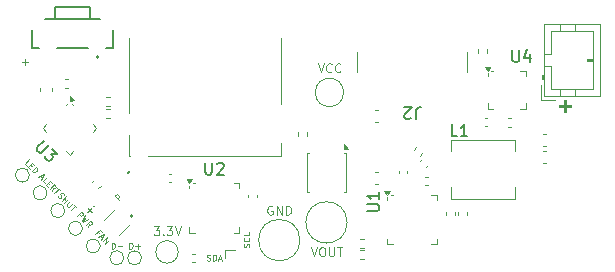
<source format=gbr>
%TF.GenerationSoftware,KiCad,Pcbnew,9.0.6-9.0.6~ubuntu25.04.1*%
%TF.CreationDate,2025-12-27T12:18:54+10:00*%
%TF.ProjectId,Stormbreaker,53746f72-6d62-4726-9561-6b65722e6b69,rev?*%
%TF.SameCoordinates,Original*%
%TF.FileFunction,Legend,Top*%
%TF.FilePolarity,Positive*%
%FSLAX46Y46*%
G04 Gerber Fmt 4.6, Leading zero omitted, Abs format (unit mm)*
G04 Created by KiCad (PCBNEW 9.0.6-9.0.6~ubuntu25.04.1) date 2025-12-27 12:18:54*
%MOMM*%
%LPD*%
G01*
G04 APERTURE LIST*
%ADD10C,0.100000*%
%ADD11C,0.150000*%
%ADD12C,0.062500*%
%ADD13C,0.093750*%
%ADD14C,0.080000*%
%ADD15C,0.120000*%
%ADD16C,0.127000*%
%ADD17C,0.200000*%
G04 APERTURE END LIST*
D10*
X134202300Y-60838972D02*
X134226109Y-60767544D01*
X134226109Y-60767544D02*
X134226109Y-60648496D01*
X134226109Y-60648496D02*
X134202300Y-60600877D01*
X134202300Y-60600877D02*
X134178490Y-60577068D01*
X134178490Y-60577068D02*
X134130871Y-60553258D01*
X134130871Y-60553258D02*
X134083252Y-60553258D01*
X134083252Y-60553258D02*
X134035633Y-60577068D01*
X134035633Y-60577068D02*
X134011823Y-60600877D01*
X134011823Y-60600877D02*
X133988014Y-60648496D01*
X133988014Y-60648496D02*
X133964204Y-60743734D01*
X133964204Y-60743734D02*
X133940395Y-60791353D01*
X133940395Y-60791353D02*
X133916585Y-60815163D01*
X133916585Y-60815163D02*
X133868966Y-60838972D01*
X133868966Y-60838972D02*
X133821347Y-60838972D01*
X133821347Y-60838972D02*
X133773728Y-60815163D01*
X133773728Y-60815163D02*
X133749919Y-60791353D01*
X133749919Y-60791353D02*
X133726109Y-60743734D01*
X133726109Y-60743734D02*
X133726109Y-60624687D01*
X133726109Y-60624687D02*
X133749919Y-60553258D01*
X134178490Y-60053259D02*
X134202300Y-60077068D01*
X134202300Y-60077068D02*
X134226109Y-60148497D01*
X134226109Y-60148497D02*
X134226109Y-60196116D01*
X134226109Y-60196116D02*
X134202300Y-60267544D01*
X134202300Y-60267544D02*
X134154680Y-60315163D01*
X134154680Y-60315163D02*
X134107061Y-60338973D01*
X134107061Y-60338973D02*
X134011823Y-60362782D01*
X134011823Y-60362782D02*
X133940395Y-60362782D01*
X133940395Y-60362782D02*
X133845157Y-60338973D01*
X133845157Y-60338973D02*
X133797538Y-60315163D01*
X133797538Y-60315163D02*
X133749919Y-60267544D01*
X133749919Y-60267544D02*
X133726109Y-60196116D01*
X133726109Y-60196116D02*
X133726109Y-60148497D01*
X133726109Y-60148497D02*
X133749919Y-60077068D01*
X133749919Y-60077068D02*
X133773728Y-60053259D01*
X134226109Y-59600878D02*
X134226109Y-59838973D01*
X134226109Y-59838973D02*
X133726109Y-59838973D01*
X130624688Y-61952300D02*
X130696116Y-61976109D01*
X130696116Y-61976109D02*
X130815164Y-61976109D01*
X130815164Y-61976109D02*
X130862783Y-61952300D01*
X130862783Y-61952300D02*
X130886592Y-61928490D01*
X130886592Y-61928490D02*
X130910402Y-61880871D01*
X130910402Y-61880871D02*
X130910402Y-61833252D01*
X130910402Y-61833252D02*
X130886592Y-61785633D01*
X130886592Y-61785633D02*
X130862783Y-61761823D01*
X130862783Y-61761823D02*
X130815164Y-61738014D01*
X130815164Y-61738014D02*
X130719926Y-61714204D01*
X130719926Y-61714204D02*
X130672307Y-61690395D01*
X130672307Y-61690395D02*
X130648497Y-61666585D01*
X130648497Y-61666585D02*
X130624688Y-61618966D01*
X130624688Y-61618966D02*
X130624688Y-61571347D01*
X130624688Y-61571347D02*
X130648497Y-61523728D01*
X130648497Y-61523728D02*
X130672307Y-61499919D01*
X130672307Y-61499919D02*
X130719926Y-61476109D01*
X130719926Y-61476109D02*
X130838973Y-61476109D01*
X130838973Y-61476109D02*
X130910402Y-61499919D01*
X131124687Y-61976109D02*
X131124687Y-61476109D01*
X131124687Y-61476109D02*
X131243735Y-61476109D01*
X131243735Y-61476109D02*
X131315163Y-61499919D01*
X131315163Y-61499919D02*
X131362782Y-61547538D01*
X131362782Y-61547538D02*
X131386592Y-61595157D01*
X131386592Y-61595157D02*
X131410401Y-61690395D01*
X131410401Y-61690395D02*
X131410401Y-61761823D01*
X131410401Y-61761823D02*
X131386592Y-61857061D01*
X131386592Y-61857061D02*
X131362782Y-61904680D01*
X131362782Y-61904680D02*
X131315163Y-61952300D01*
X131315163Y-61952300D02*
X131243735Y-61976109D01*
X131243735Y-61976109D02*
X131124687Y-61976109D01*
X131600878Y-61833252D02*
X131838973Y-61833252D01*
X131553259Y-61976109D02*
X131719925Y-61476109D01*
X131719925Y-61476109D02*
X131886592Y-61976109D01*
D11*
G36*
X120579912Y-57493969D02*
G01*
X120735347Y-57649404D01*
X120891106Y-57493645D01*
X120978150Y-57580689D01*
X120822391Y-57736448D01*
X120979898Y-57893956D01*
X120894020Y-57979834D01*
X120736513Y-57822326D01*
X120580009Y-57978830D01*
X120492965Y-57891786D01*
X120649469Y-57735282D01*
X120494034Y-57579847D01*
X120579912Y-57493969D01*
G37*
G36*
X161121541Y-48397377D02*
G01*
X161121541Y-48837015D01*
X161562094Y-48837015D01*
X161562094Y-49083211D01*
X161121541Y-49083211D01*
X161121541Y-49528710D01*
X160878641Y-49528710D01*
X160878641Y-49083211D01*
X160435982Y-49083211D01*
X160435982Y-48837015D01*
X160878641Y-48837015D01*
X160878641Y-48397377D01*
X161121541Y-48397377D01*
G37*
D12*
X122849799Y-56501321D02*
X123203352Y-56854874D01*
X122866634Y-56518157D02*
X122883470Y-56467649D01*
X122883470Y-56467649D02*
X122950814Y-56400306D01*
X122950814Y-56400306D02*
X123001321Y-56383470D01*
X123001321Y-56383470D02*
X123034993Y-56383470D01*
X123034993Y-56383470D02*
X123085501Y-56400306D01*
X123085501Y-56400306D02*
X123186516Y-56501321D01*
X123186516Y-56501321D02*
X123203352Y-56551828D01*
X123203352Y-56551828D02*
X123203352Y-56585500D01*
X123203352Y-56585500D02*
X123186516Y-56636008D01*
X123186516Y-56636008D02*
X123119173Y-56703351D01*
X123119173Y-56703351D02*
X123068665Y-56720187D01*
D11*
G36*
X123838461Y-54567015D02*
G01*
X124067080Y-54338396D01*
X124172776Y-54444092D01*
X123944157Y-54672711D01*
X123838461Y-54567015D01*
G37*
G36*
X115310770Y-44948688D02*
G01*
X115310770Y-45168507D01*
X115531047Y-45168507D01*
X115531047Y-45291605D01*
X115310770Y-45291605D01*
X115310770Y-45514355D01*
X115189320Y-45514355D01*
X115189320Y-45291605D01*
X114967991Y-45291605D01*
X114967991Y-45168507D01*
X115189320Y-45168507D01*
X115189320Y-44948688D01*
X115310770Y-44948688D01*
G37*
D13*
X136178571Y-57377803D02*
X136107143Y-57342089D01*
X136107143Y-57342089D02*
X136000000Y-57342089D01*
X136000000Y-57342089D02*
X135892857Y-57377803D01*
X135892857Y-57377803D02*
X135821428Y-57449232D01*
X135821428Y-57449232D02*
X135785714Y-57520660D01*
X135785714Y-57520660D02*
X135750000Y-57663517D01*
X135750000Y-57663517D02*
X135750000Y-57770660D01*
X135750000Y-57770660D02*
X135785714Y-57913517D01*
X135785714Y-57913517D02*
X135821428Y-57984946D01*
X135821428Y-57984946D02*
X135892857Y-58056375D01*
X135892857Y-58056375D02*
X136000000Y-58092089D01*
X136000000Y-58092089D02*
X136071428Y-58092089D01*
X136071428Y-58092089D02*
X136178571Y-58056375D01*
X136178571Y-58056375D02*
X136214285Y-58020660D01*
X136214285Y-58020660D02*
X136214285Y-57770660D01*
X136214285Y-57770660D02*
X136071428Y-57770660D01*
X136535714Y-58092089D02*
X136535714Y-57342089D01*
X136535714Y-57342089D02*
X136964285Y-58092089D01*
X136964285Y-58092089D02*
X136964285Y-57342089D01*
X137321428Y-58092089D02*
X137321428Y-57342089D01*
X137321428Y-57342089D02*
X137499999Y-57342089D01*
X137499999Y-57342089D02*
X137607142Y-57377803D01*
X137607142Y-57377803D02*
X137678571Y-57449232D01*
X137678571Y-57449232D02*
X137714285Y-57520660D01*
X137714285Y-57520660D02*
X137749999Y-57663517D01*
X137749999Y-57663517D02*
X137749999Y-57770660D01*
X137749999Y-57770660D02*
X137714285Y-57913517D01*
X137714285Y-57913517D02*
X137678571Y-57984946D01*
X137678571Y-57984946D02*
X137607142Y-58056375D01*
X137607142Y-58056375D02*
X137499999Y-58092089D01*
X137499999Y-58092089D02*
X137321428Y-58092089D01*
D12*
X121487722Y-59689858D02*
X121369871Y-59572006D01*
X121184676Y-59757201D02*
X121538230Y-59403648D01*
X121538230Y-59403648D02*
X121706588Y-59572006D01*
X121571901Y-59942395D02*
X121740260Y-60110754D01*
X121437214Y-60009739D02*
X121908619Y-59774037D01*
X121908619Y-59774037D02*
X121672916Y-60245441D01*
X121790767Y-60363292D02*
X122144320Y-60009739D01*
X122144320Y-60009739D02*
X121992798Y-60565322D01*
X121992798Y-60565322D02*
X122346351Y-60211769D01*
X124060230Y-60978059D02*
X124060230Y-60478059D01*
X124060230Y-60478059D02*
X124179278Y-60478059D01*
X124179278Y-60478059D02*
X124250706Y-60501869D01*
X124250706Y-60501869D02*
X124298325Y-60549488D01*
X124298325Y-60549488D02*
X124322135Y-60597107D01*
X124322135Y-60597107D02*
X124345944Y-60692345D01*
X124345944Y-60692345D02*
X124345944Y-60763773D01*
X124345944Y-60763773D02*
X124322135Y-60859011D01*
X124322135Y-60859011D02*
X124298325Y-60906630D01*
X124298325Y-60906630D02*
X124250706Y-60954250D01*
X124250706Y-60954250D02*
X124179278Y-60978059D01*
X124179278Y-60978059D02*
X124060230Y-60978059D01*
X124560230Y-60787583D02*
X124941183Y-60787583D01*
X124750706Y-60978059D02*
X124750706Y-60597107D01*
D11*
X144204819Y-57761904D02*
X145014342Y-57761904D01*
X145014342Y-57761904D02*
X145109580Y-57714285D01*
X145109580Y-57714285D02*
X145157200Y-57666666D01*
X145157200Y-57666666D02*
X145204819Y-57571428D01*
X145204819Y-57571428D02*
X145204819Y-57380952D01*
X145204819Y-57380952D02*
X145157200Y-57285714D01*
X145157200Y-57285714D02*
X145109580Y-57238095D01*
X145109580Y-57238095D02*
X145014342Y-57190476D01*
X145014342Y-57190476D02*
X144204819Y-57190476D01*
X145204819Y-56190476D02*
X145204819Y-56761904D01*
X145204819Y-56476190D02*
X144204819Y-56476190D01*
X144204819Y-56476190D02*
X144347676Y-56571428D01*
X144347676Y-56571428D02*
X144442914Y-56666666D01*
X144442914Y-56666666D02*
X144490533Y-56761904D01*
X116846753Y-51825750D02*
X116274333Y-52398170D01*
X116274333Y-52398170D02*
X116240661Y-52499185D01*
X116240661Y-52499185D02*
X116240661Y-52566529D01*
X116240661Y-52566529D02*
X116274333Y-52667544D01*
X116274333Y-52667544D02*
X116409020Y-52802231D01*
X116409020Y-52802231D02*
X116510035Y-52835903D01*
X116510035Y-52835903D02*
X116577379Y-52835903D01*
X116577379Y-52835903D02*
X116678394Y-52802231D01*
X116678394Y-52802231D02*
X117250814Y-52229811D01*
X117520188Y-52499185D02*
X117957920Y-52936918D01*
X117957920Y-52936918D02*
X117452844Y-52970590D01*
X117452844Y-52970590D02*
X117553859Y-53071605D01*
X117553859Y-53071605D02*
X117587531Y-53172620D01*
X117587531Y-53172620D02*
X117587531Y-53239964D01*
X117587531Y-53239964D02*
X117553859Y-53340979D01*
X117553859Y-53340979D02*
X117385501Y-53509338D01*
X117385501Y-53509338D02*
X117284485Y-53543010D01*
X117284485Y-53543010D02*
X117217142Y-53543010D01*
X117217142Y-53543010D02*
X117116127Y-53509338D01*
X117116127Y-53509338D02*
X116914096Y-53307307D01*
X116914096Y-53307307D02*
X116880424Y-53206292D01*
X116880424Y-53206292D02*
X116880424Y-53138949D01*
D12*
X117999481Y-56538334D02*
X118033153Y-56605678D01*
X118033153Y-56605678D02*
X118117333Y-56689857D01*
X118117333Y-56689857D02*
X118167840Y-56706693D01*
X118167840Y-56706693D02*
X118201512Y-56706693D01*
X118201512Y-56706693D02*
X118252020Y-56689857D01*
X118252020Y-56689857D02*
X118285691Y-56656186D01*
X118285691Y-56656186D02*
X118302527Y-56605678D01*
X118302527Y-56605678D02*
X118302527Y-56572006D01*
X118302527Y-56572006D02*
X118285691Y-56521499D01*
X118285691Y-56521499D02*
X118235184Y-56437319D01*
X118235184Y-56437319D02*
X118218348Y-56386812D01*
X118218348Y-56386812D02*
X118218348Y-56353140D01*
X118218348Y-56353140D02*
X118235184Y-56302632D01*
X118235184Y-56302632D02*
X118268855Y-56268960D01*
X118268855Y-56268960D02*
X118319363Y-56252125D01*
X118319363Y-56252125D02*
X118353035Y-56252125D01*
X118353035Y-56252125D02*
X118403542Y-56268960D01*
X118403542Y-56268960D02*
X118487722Y-56353140D01*
X118487722Y-56353140D02*
X118521394Y-56420483D01*
X118336199Y-56908723D02*
X118689752Y-56555170D01*
X118521393Y-56723529D02*
X118723424Y-56925559D01*
X118538229Y-57110754D02*
X118891782Y-56757201D01*
X119060142Y-56925560D02*
X118773932Y-57211770D01*
X118773932Y-57211770D02*
X118757096Y-57262277D01*
X118757096Y-57262277D02*
X118757096Y-57295949D01*
X118757096Y-57295949D02*
X118773932Y-57346457D01*
X118773932Y-57346457D02*
X118841275Y-57413800D01*
X118841275Y-57413800D02*
X118891783Y-57430636D01*
X118891783Y-57430636D02*
X118925455Y-57430636D01*
X118925455Y-57430636D02*
X118975962Y-57413800D01*
X118975962Y-57413800D02*
X119262172Y-57127590D01*
X119380024Y-57245442D02*
X119582054Y-57447472D01*
X119127485Y-57700010D02*
X119481039Y-57346457D01*
D11*
X151833333Y-51454819D02*
X151357143Y-51454819D01*
X151357143Y-51454819D02*
X151357143Y-50454819D01*
X152690476Y-51454819D02*
X152119048Y-51454819D01*
X152404762Y-51454819D02*
X152404762Y-50454819D01*
X152404762Y-50454819D02*
X152309524Y-50597676D01*
X152309524Y-50597676D02*
X152214286Y-50692914D01*
X152214286Y-50692914D02*
X152119048Y-50740533D01*
D12*
X115361453Y-53933978D02*
X115193094Y-53765619D01*
X115193094Y-53765619D02*
X115546648Y-53412066D01*
X115664499Y-53866634D02*
X115782350Y-53984486D01*
X115647663Y-54220188D02*
X115479304Y-54051829D01*
X115479304Y-54051829D02*
X115832858Y-53698276D01*
X115832858Y-53698276D02*
X116001216Y-53866634D01*
X115799186Y-54371711D02*
X116152739Y-54018157D01*
X116152739Y-54018157D02*
X116236919Y-54102337D01*
X116236919Y-54102337D02*
X116270590Y-54169680D01*
X116270590Y-54169680D02*
X116270590Y-54237024D01*
X116270590Y-54237024D02*
X116253755Y-54287531D01*
X116253755Y-54287531D02*
X116203247Y-54371711D01*
X116203247Y-54371711D02*
X116152739Y-54422218D01*
X116152739Y-54422218D02*
X116068560Y-54472726D01*
X116068560Y-54472726D02*
X116018052Y-54489562D01*
X116018052Y-54489562D02*
X115950709Y-54489562D01*
X115950709Y-54489562D02*
X115883365Y-54455890D01*
X115883365Y-54455890D02*
X115799186Y-54371711D01*
X122558816Y-60977352D02*
X122558816Y-60477352D01*
X122558816Y-60477352D02*
X122677864Y-60477352D01*
X122677864Y-60477352D02*
X122749292Y-60501162D01*
X122749292Y-60501162D02*
X122796911Y-60548781D01*
X122796911Y-60548781D02*
X122820721Y-60596400D01*
X122820721Y-60596400D02*
X122844530Y-60691638D01*
X122844530Y-60691638D02*
X122844530Y-60763066D01*
X122844530Y-60763066D02*
X122820721Y-60858304D01*
X122820721Y-60858304D02*
X122796911Y-60905923D01*
X122796911Y-60905923D02*
X122749292Y-60953543D01*
X122749292Y-60953543D02*
X122677864Y-60977352D01*
X122677864Y-60977352D02*
X122558816Y-60977352D01*
X123058816Y-60786876D02*
X123439769Y-60786876D01*
D11*
X130488095Y-53704819D02*
X130488095Y-54514342D01*
X130488095Y-54514342D02*
X130535714Y-54609580D01*
X130535714Y-54609580D02*
X130583333Y-54657200D01*
X130583333Y-54657200D02*
X130678571Y-54704819D01*
X130678571Y-54704819D02*
X130869047Y-54704819D01*
X130869047Y-54704819D02*
X130964285Y-54657200D01*
X130964285Y-54657200D02*
X131011904Y-54609580D01*
X131011904Y-54609580D02*
X131059523Y-54514342D01*
X131059523Y-54514342D02*
X131059523Y-53704819D01*
X131488095Y-53800057D02*
X131535714Y-53752438D01*
X131535714Y-53752438D02*
X131630952Y-53704819D01*
X131630952Y-53704819D02*
X131869047Y-53704819D01*
X131869047Y-53704819D02*
X131964285Y-53752438D01*
X131964285Y-53752438D02*
X132011904Y-53800057D01*
X132011904Y-53800057D02*
X132059523Y-53895295D01*
X132059523Y-53895295D02*
X132059523Y-53990533D01*
X132059523Y-53990533D02*
X132011904Y-54133390D01*
X132011904Y-54133390D02*
X131440476Y-54704819D01*
X131440476Y-54704819D02*
X132059523Y-54704819D01*
X148333333Y-49985180D02*
X148333333Y-49270895D01*
X148333333Y-49270895D02*
X148380952Y-49128038D01*
X148380952Y-49128038D02*
X148476190Y-49032800D01*
X148476190Y-49032800D02*
X148619047Y-48985180D01*
X148619047Y-48985180D02*
X148714285Y-48985180D01*
X147904761Y-49889942D02*
X147857142Y-49937561D01*
X147857142Y-49937561D02*
X147761904Y-49985180D01*
X147761904Y-49985180D02*
X147523809Y-49985180D01*
X147523809Y-49985180D02*
X147428571Y-49937561D01*
X147428571Y-49937561D02*
X147380952Y-49889942D01*
X147380952Y-49889942D02*
X147333333Y-49794704D01*
X147333333Y-49794704D02*
X147333333Y-49699466D01*
X147333333Y-49699466D02*
X147380952Y-49556609D01*
X147380952Y-49556609D02*
X147952380Y-48985180D01*
X147952380Y-48985180D02*
X147333333Y-48985180D01*
D12*
X119617333Y-58189858D02*
X119970886Y-57836304D01*
X119970886Y-57836304D02*
X120105573Y-57970991D01*
X120105573Y-57970991D02*
X120122409Y-58021499D01*
X120122409Y-58021499D02*
X120122409Y-58055171D01*
X120122409Y-58055171D02*
X120105573Y-58105678D01*
X120105573Y-58105678D02*
X120055066Y-58156186D01*
X120055066Y-58156186D02*
X120004558Y-58173022D01*
X120004558Y-58173022D02*
X119970886Y-58173022D01*
X119970886Y-58173022D02*
X119920379Y-58156186D01*
X119920379Y-58156186D02*
X119785692Y-58021499D01*
X120290768Y-58156186D02*
X120021394Y-58593919D01*
X120021394Y-58593919D02*
X120341275Y-58408724D01*
X120341275Y-58408724D02*
X120156081Y-58728606D01*
X120156081Y-58728606D02*
X120593814Y-58459232D01*
X120576978Y-59149503D02*
X120627486Y-58863293D01*
X120374947Y-58947472D02*
X120728501Y-58593919D01*
X120728501Y-58593919D02*
X120863188Y-58728606D01*
X120863188Y-58728606D02*
X120880024Y-58779114D01*
X120880024Y-58779114D02*
X120880024Y-58812785D01*
X120880024Y-58812785D02*
X120863188Y-58863293D01*
X120863188Y-58863293D02*
X120812680Y-58913801D01*
X120812680Y-58913801D02*
X120762173Y-58930636D01*
X120762173Y-58930636D02*
X120728501Y-58930636D01*
X120728501Y-58930636D02*
X120677993Y-58913801D01*
X120677993Y-58913801D02*
X120543306Y-58779114D01*
X116491064Y-54861558D02*
X116659422Y-55029917D01*
X116356377Y-54928902D02*
X116827781Y-54693199D01*
X116827781Y-54693199D02*
X116592079Y-55164604D01*
X116878289Y-55450813D02*
X116709930Y-55282455D01*
X116709930Y-55282455D02*
X117063483Y-54928901D01*
X117181334Y-55383470D02*
X117299186Y-55501321D01*
X117164499Y-55737023D02*
X116996140Y-55568665D01*
X116996140Y-55568665D02*
X117349693Y-55215111D01*
X117349693Y-55215111D02*
X117518052Y-55383470D01*
X117518052Y-56090577D02*
X117568560Y-55804367D01*
X117316021Y-55888546D02*
X117669575Y-55534993D01*
X117669575Y-55534993D02*
X117804262Y-55669680D01*
X117804262Y-55669680D02*
X117821098Y-55720188D01*
X117821098Y-55720188D02*
X117821098Y-55753859D01*
X117821098Y-55753859D02*
X117804262Y-55804367D01*
X117804262Y-55804367D02*
X117753754Y-55854875D01*
X117753754Y-55854875D02*
X117703247Y-55871710D01*
X117703247Y-55871710D02*
X117669575Y-55871710D01*
X117669575Y-55871710D02*
X117619067Y-55854875D01*
X117619067Y-55854875D02*
X117484380Y-55720188D01*
X117972621Y-55838039D02*
X118174651Y-56040069D01*
X117720082Y-56292607D02*
X118073636Y-55939054D01*
D13*
X139428571Y-60842089D02*
X139678571Y-61592089D01*
X139678571Y-61592089D02*
X139928571Y-60842089D01*
X140321428Y-60842089D02*
X140464285Y-60842089D01*
X140464285Y-60842089D02*
X140535714Y-60877803D01*
X140535714Y-60877803D02*
X140607142Y-60949232D01*
X140607142Y-60949232D02*
X140642857Y-61092089D01*
X140642857Y-61092089D02*
X140642857Y-61342089D01*
X140642857Y-61342089D02*
X140607142Y-61484946D01*
X140607142Y-61484946D02*
X140535714Y-61556375D01*
X140535714Y-61556375D02*
X140464285Y-61592089D01*
X140464285Y-61592089D02*
X140321428Y-61592089D01*
X140321428Y-61592089D02*
X140250000Y-61556375D01*
X140250000Y-61556375D02*
X140178571Y-61484946D01*
X140178571Y-61484946D02*
X140142857Y-61342089D01*
X140142857Y-61342089D02*
X140142857Y-61092089D01*
X140142857Y-61092089D02*
X140178571Y-60949232D01*
X140178571Y-60949232D02*
X140250000Y-60877803D01*
X140250000Y-60877803D02*
X140321428Y-60842089D01*
X140964285Y-60842089D02*
X140964285Y-61449232D01*
X140964285Y-61449232D02*
X140999999Y-61520660D01*
X140999999Y-61520660D02*
X141035714Y-61556375D01*
X141035714Y-61556375D02*
X141107142Y-61592089D01*
X141107142Y-61592089D02*
X141249999Y-61592089D01*
X141249999Y-61592089D02*
X141321428Y-61556375D01*
X141321428Y-61556375D02*
X141357142Y-61520660D01*
X141357142Y-61520660D02*
X141392856Y-61449232D01*
X141392856Y-61449232D02*
X141392856Y-60842089D01*
X141642856Y-60842089D02*
X142071428Y-60842089D01*
X141857142Y-61592089D02*
X141857142Y-60842089D01*
D14*
X126142856Y-59092804D02*
X126607142Y-59092804D01*
X126607142Y-59092804D02*
X126357142Y-59378518D01*
X126357142Y-59378518D02*
X126464285Y-59378518D01*
X126464285Y-59378518D02*
X126535714Y-59414232D01*
X126535714Y-59414232D02*
X126571428Y-59449947D01*
X126571428Y-59449947D02*
X126607142Y-59521375D01*
X126607142Y-59521375D02*
X126607142Y-59699947D01*
X126607142Y-59699947D02*
X126571428Y-59771375D01*
X126571428Y-59771375D02*
X126535714Y-59807090D01*
X126535714Y-59807090D02*
X126464285Y-59842804D01*
X126464285Y-59842804D02*
X126249999Y-59842804D01*
X126249999Y-59842804D02*
X126178571Y-59807090D01*
X126178571Y-59807090D02*
X126142856Y-59771375D01*
X126928571Y-59771375D02*
X126964285Y-59807090D01*
X126964285Y-59807090D02*
X126928571Y-59842804D01*
X126928571Y-59842804D02*
X126892857Y-59807090D01*
X126892857Y-59807090D02*
X126928571Y-59771375D01*
X126928571Y-59771375D02*
X126928571Y-59842804D01*
X127214285Y-59092804D02*
X127678571Y-59092804D01*
X127678571Y-59092804D02*
X127428571Y-59378518D01*
X127428571Y-59378518D02*
X127535714Y-59378518D01*
X127535714Y-59378518D02*
X127607143Y-59414232D01*
X127607143Y-59414232D02*
X127642857Y-59449947D01*
X127642857Y-59449947D02*
X127678571Y-59521375D01*
X127678571Y-59521375D02*
X127678571Y-59699947D01*
X127678571Y-59699947D02*
X127642857Y-59771375D01*
X127642857Y-59771375D02*
X127607143Y-59807090D01*
X127607143Y-59807090D02*
X127535714Y-59842804D01*
X127535714Y-59842804D02*
X127321428Y-59842804D01*
X127321428Y-59842804D02*
X127250000Y-59807090D01*
X127250000Y-59807090D02*
X127214285Y-59771375D01*
X127892857Y-59092804D02*
X128142857Y-59842804D01*
X128142857Y-59842804D02*
X128392857Y-59092804D01*
D11*
X156488095Y-44154819D02*
X156488095Y-44964342D01*
X156488095Y-44964342D02*
X156535714Y-45059580D01*
X156535714Y-45059580D02*
X156583333Y-45107200D01*
X156583333Y-45107200D02*
X156678571Y-45154819D01*
X156678571Y-45154819D02*
X156869047Y-45154819D01*
X156869047Y-45154819D02*
X156964285Y-45107200D01*
X156964285Y-45107200D02*
X157011904Y-45059580D01*
X157011904Y-45059580D02*
X157059523Y-44964342D01*
X157059523Y-44964342D02*
X157059523Y-44154819D01*
X157964285Y-44488152D02*
X157964285Y-45154819D01*
X157726190Y-44107200D02*
X157488095Y-44821485D01*
X157488095Y-44821485D02*
X158107142Y-44821485D01*
D13*
X140000000Y-45292089D02*
X140250000Y-46042089D01*
X140250000Y-46042089D02*
X140500000Y-45292089D01*
X141178571Y-45970660D02*
X141142857Y-46006375D01*
X141142857Y-46006375D02*
X141035714Y-46042089D01*
X141035714Y-46042089D02*
X140964286Y-46042089D01*
X140964286Y-46042089D02*
X140857143Y-46006375D01*
X140857143Y-46006375D02*
X140785714Y-45934946D01*
X140785714Y-45934946D02*
X140750000Y-45863517D01*
X140750000Y-45863517D02*
X140714286Y-45720660D01*
X140714286Y-45720660D02*
X140714286Y-45613517D01*
X140714286Y-45613517D02*
X140750000Y-45470660D01*
X140750000Y-45470660D02*
X140785714Y-45399232D01*
X140785714Y-45399232D02*
X140857143Y-45327803D01*
X140857143Y-45327803D02*
X140964286Y-45292089D01*
X140964286Y-45292089D02*
X141035714Y-45292089D01*
X141035714Y-45292089D02*
X141142857Y-45327803D01*
X141142857Y-45327803D02*
X141178571Y-45363517D01*
X141928571Y-45970660D02*
X141892857Y-46006375D01*
X141892857Y-46006375D02*
X141785714Y-46042089D01*
X141785714Y-46042089D02*
X141714286Y-46042089D01*
X141714286Y-46042089D02*
X141607143Y-46006375D01*
X141607143Y-46006375D02*
X141535714Y-45934946D01*
X141535714Y-45934946D02*
X141500000Y-45863517D01*
X141500000Y-45863517D02*
X141464286Y-45720660D01*
X141464286Y-45720660D02*
X141464286Y-45613517D01*
X141464286Y-45613517D02*
X141500000Y-45470660D01*
X141500000Y-45470660D02*
X141535714Y-45399232D01*
X141535714Y-45399232D02*
X141607143Y-45327803D01*
X141607143Y-45327803D02*
X141714286Y-45292089D01*
X141714286Y-45292089D02*
X141785714Y-45292089D01*
X141785714Y-45292089D02*
X141892857Y-45327803D01*
X141892857Y-45327803D02*
X141928571Y-45363517D01*
D15*
%TO.C,TP9*%
X138500000Y-60250000D02*
G75*
G02*
X135000000Y-60250000I-1750000J0D01*
G01*
X135000000Y-60250000D02*
G75*
G02*
X138500000Y-60250000I1750000J0D01*
G01*
D10*
%TO.C,TP4*%
X121600000Y-60750000D02*
G75*
G02*
X120400000Y-60750000I-600000J0D01*
G01*
X120400000Y-60750000D02*
G75*
G02*
X121600000Y-60750000I600000J0D01*
G01*
D15*
%TO.C,C13*%
X116490000Y-47640581D02*
X116490000Y-47359419D01*
X117510000Y-47640581D02*
X117510000Y-47359419D01*
D10*
%TO.C,TP1*%
X125100000Y-61750000D02*
G75*
G02*
X123900000Y-61750000I-600000J0D01*
G01*
X123900000Y-61750000D02*
G75*
G02*
X125100000Y-61750000I600000J0D01*
G01*
D15*
%TO.C,C5*%
X150890000Y-58107836D02*
X150890000Y-57892164D01*
X151610000Y-58107836D02*
X151610000Y-57892164D01*
%TO.C,U1*%
X145890000Y-56865000D02*
X145890000Y-56630000D01*
X145890000Y-60610000D02*
X145890000Y-60135000D01*
X146365000Y-56390000D02*
X146190000Y-56390000D01*
X146365000Y-60610000D02*
X145890000Y-60610000D01*
X149635000Y-56390000D02*
X150110000Y-56390000D01*
X149635000Y-60610000D02*
X150110000Y-60610000D01*
X150110000Y-56390000D02*
X150110000Y-56865000D01*
X150110000Y-60610000D02*
X150110000Y-60135000D01*
X145890000Y-56390000D02*
X145650000Y-56060000D01*
X146130000Y-56060000D01*
X145890000Y-56390000D01*
G36*
X145890000Y-56390000D02*
G01*
X145650000Y-56060000D01*
X146130000Y-56060000D01*
X145890000Y-56390000D01*
G37*
%TO.C,R9*%
X122096359Y-49120000D02*
X122403641Y-49120000D01*
X122096359Y-49880000D02*
X122403641Y-49880000D01*
%TO.C,U3*%
X116723116Y-50750000D02*
X117041314Y-50431802D01*
X117041314Y-51068198D02*
X116723116Y-50750000D01*
X118681802Y-48791314D02*
X118830294Y-48642822D01*
X118681802Y-52708686D02*
X119000000Y-53026884D01*
X119000000Y-53026884D02*
X119318198Y-52708686D01*
X119318198Y-48791314D02*
X119212132Y-48685248D01*
X120958686Y-50431802D02*
X121276884Y-50750000D01*
X121276884Y-50750000D02*
X120958686Y-51068198D01*
X119403051Y-48409477D02*
X119000000Y-48473116D01*
X119063640Y-48070065D01*
X119403051Y-48409477D01*
G36*
X119403051Y-48409477D02*
G01*
X119000000Y-48473116D01*
X119063640Y-48070065D01*
X119403051Y-48409477D01*
G37*
%TO.C,C4*%
X148821693Y-53419190D02*
X148669190Y-53571693D01*
X149330810Y-53928307D02*
X149178307Y-54080810D01*
D10*
%TO.C,TP7*%
X118600000Y-57750000D02*
G75*
G02*
X117400000Y-57750000I-600000J0D01*
G01*
X117400000Y-57750000D02*
G75*
G02*
X118600000Y-57750000I600000J0D01*
G01*
D15*
%TO.C,L1*%
X151315000Y-51750000D02*
X151315000Y-52740000D01*
X151315000Y-51750000D02*
X156685000Y-51750000D01*
X151315000Y-56750000D02*
X151315000Y-55760000D01*
X151315000Y-56750000D02*
X156685000Y-56750000D01*
X156685000Y-51750000D02*
X156685000Y-52740000D01*
X156685000Y-56750000D02*
X156685000Y-55760000D01*
%TO.C,C9*%
X129392164Y-61390000D02*
X129607836Y-61390000D01*
X129392164Y-62110000D02*
X129607836Y-62110000D01*
D10*
%TO.C,TP10*%
X115600000Y-54750000D02*
G75*
G02*
X114400000Y-54750000I-600000J0D01*
G01*
X114400000Y-54750000D02*
G75*
G02*
X115600000Y-54750000I600000J0D01*
G01*
%TO.C,TP2*%
X123600000Y-61750000D02*
G75*
G02*
X122400000Y-61750000I-600000J0D01*
G01*
X122400000Y-61750000D02*
G75*
G02*
X123600000Y-61750000I600000J0D01*
G01*
D15*
%TO.C,R10*%
X122096359Y-48120000D02*
X122403641Y-48120000D01*
X122096359Y-48880000D02*
X122403641Y-48880000D01*
%TO.C,C7*%
X146890000Y-54392164D02*
X146890000Y-54607836D01*
X147610000Y-54392164D02*
X147610000Y-54607836D01*
%TO.C,C12*%
X134140000Y-56607836D02*
X134140000Y-56392164D01*
X134860000Y-56607836D02*
X134860000Y-56392164D01*
%TO.C,R1*%
X143596359Y-60120000D02*
X143903641Y-60120000D01*
X143596359Y-60880000D02*
X143903641Y-60880000D01*
%TO.C,U2*%
X129140000Y-55865000D02*
X129140000Y-55630000D01*
X129140000Y-59610000D02*
X129140000Y-59135000D01*
X129615000Y-55390000D02*
X129440000Y-55390000D01*
X129615000Y-59610000D02*
X129140000Y-59610000D01*
X132885000Y-55390000D02*
X133360000Y-55390000D01*
X132885000Y-59610000D02*
X133360000Y-59610000D01*
X133360000Y-55390000D02*
X133360000Y-55865000D01*
X133360000Y-59610000D02*
X133360000Y-59135000D01*
X129140000Y-55390000D02*
X128900000Y-55060000D01*
X129380000Y-55060000D01*
X129140000Y-55390000D01*
G36*
X129140000Y-55390000D02*
G01*
X128900000Y-55060000D01*
X129380000Y-55060000D01*
X129140000Y-55390000D01*
G37*
%TO.C,C6*%
X151890000Y-58107836D02*
X151890000Y-57892164D01*
X152610000Y-58107836D02*
X152610000Y-57892164D01*
%TO.C,C2*%
X159365581Y-51240000D02*
X159084419Y-51240000D01*
X159365581Y-52260000D02*
X159084419Y-52260000D01*
%TO.C,J3*%
D10*
X121135786Y-57414214D02*
G75*
G02*
X121035786Y-57414214I-50000J0D01*
G01*
X121035786Y-57414214D02*
G75*
G02*
X121135786Y-57414214I50000J0D01*
G01*
D15*
%TO.C,J2*%
X143330000Y-44350000D02*
X143330000Y-46050000D01*
X152670000Y-44350000D02*
X152670000Y-46050000D01*
%TO.C,C1*%
X145140580Y-54490000D02*
X144859420Y-54490000D01*
X145140580Y-55510000D02*
X144859420Y-55510000D01*
%TO.C,BT2*%
X158890000Y-47110000D02*
X158890000Y-48360000D01*
X158890000Y-48360000D02*
X160140000Y-48360000D01*
X158990000Y-46300000D02*
X158990000Y-46600000D01*
X158990000Y-46600000D02*
X159190000Y-46600000D01*
X159090000Y-46300000D02*
X159090000Y-46600000D01*
X159190000Y-41940000D02*
X159190000Y-48060000D01*
X159190000Y-45500000D02*
X159800000Y-45500000D01*
X159190000Y-46300000D02*
X158990000Y-46300000D01*
X159190000Y-48060000D02*
X163910000Y-48060000D01*
X159800000Y-42550000D02*
X159800000Y-44500000D01*
X159800000Y-44500000D02*
X159190000Y-44500000D01*
X159800000Y-45500000D02*
X159800000Y-47450000D01*
X159800000Y-47450000D02*
X163300000Y-47450000D01*
X160500000Y-41940000D02*
X160500000Y-42550000D01*
X160500000Y-48060000D02*
X160500000Y-47450000D01*
X161800000Y-41940000D02*
X161800000Y-42550000D01*
X161800000Y-48060000D02*
X161800000Y-47450000D01*
X162800000Y-44900000D02*
X163300000Y-44900000D01*
X162800000Y-45100000D02*
X162800000Y-44900000D01*
X163300000Y-42550000D02*
X159800000Y-42550000D01*
X163300000Y-45000000D02*
X162800000Y-45000000D01*
X163300000Y-45100000D02*
X162800000Y-45100000D01*
X163300000Y-47450000D02*
X163300000Y-42550000D01*
X163910000Y-41940000D02*
X159190000Y-41940000D01*
X163910000Y-48060000D02*
X163910000Y-41940000D01*
D10*
%TO.C,TP6*%
X120100000Y-59250000D02*
G75*
G02*
X118900000Y-59250000I-600000J0D01*
G01*
X118900000Y-59250000D02*
G75*
G02*
X120100000Y-59250000I600000J0D01*
G01*
D15*
%TO.C,Q2*%
X121903984Y-58573223D02*
X122823223Y-57653984D01*
X123176777Y-59846016D02*
X124096016Y-58926777D01*
D11*
X124319508Y-58226741D02*
G75*
G02*
X124169508Y-58226741I-75000J0D01*
G01*
X124169508Y-58226741D02*
G75*
G02*
X124319508Y-58226741I75000J0D01*
G01*
D15*
%TO.C,Q1*%
X139115000Y-52865000D02*
X139115000Y-56135000D01*
X139300000Y-52865000D02*
X139115000Y-52865000D01*
X139300000Y-56135000D02*
X139115000Y-56135000D01*
X142385000Y-52865000D02*
X142200000Y-52865000D01*
X142385000Y-52865000D02*
X142385000Y-56135000D01*
X142385000Y-56135000D02*
X142200000Y-56135000D01*
X142610000Y-52545000D02*
X142210000Y-52545000D01*
X142210000Y-52145000D01*
X142610000Y-52545000D01*
G36*
X142610000Y-52545000D02*
G01*
X142210000Y-52545000D01*
X142210000Y-52145000D01*
X142610000Y-52545000D01*
G37*
%TO.C,C14*%
X145140580Y-49240000D02*
X144859420Y-49240000D01*
X145140580Y-50260000D02*
X144859420Y-50260000D01*
%TO.C,J1*%
X124045000Y-49450000D02*
X124045000Y-43150000D01*
X124045000Y-53160000D02*
X124045000Y-51350000D01*
X124155000Y-53160000D02*
X124045000Y-53160000D01*
X136915000Y-48750000D02*
X136915000Y-43150000D01*
X136915000Y-52000000D02*
X136915000Y-53160000D01*
X136915000Y-53160000D02*
X125655000Y-53160000D01*
%TO.C,R11*%
X153620000Y-44403641D02*
X153620000Y-44096359D01*
X154380000Y-44403641D02*
X154380000Y-44096359D01*
%TO.C,J5*%
X132190000Y-61064999D02*
X133000000Y-61065000D01*
X132190001Y-61750000D02*
X132190000Y-61064999D01*
D10*
%TO.C,TP11*%
X117100000Y-56250000D02*
G75*
G02*
X115900000Y-56250000I-600000J0D01*
G01*
X115900000Y-56250000D02*
G75*
G02*
X117100000Y-56250000I600000J0D01*
G01*
D16*
%TO.C,SW1*%
X115800000Y-44000000D02*
X115800000Y-42463500D01*
X116386500Y-44000000D02*
X115800000Y-44000000D01*
X117750000Y-40500000D02*
X117750000Y-41500000D01*
X117750000Y-41500000D02*
X116913500Y-41500000D01*
X120586500Y-44000000D02*
X117913500Y-44000000D01*
X120750000Y-40500000D02*
X117750000Y-40500000D01*
X120750000Y-41500000D02*
X117750000Y-41500000D01*
X120750000Y-41500000D02*
X120750000Y-40500000D01*
X121586500Y-41500000D02*
X120750000Y-41500000D01*
X122113500Y-44000000D02*
X122700000Y-44000000D01*
X122700000Y-44000000D02*
X122700000Y-42463500D01*
D17*
X121450000Y-44750000D02*
G75*
G02*
X121250000Y-44750000I-100000J0D01*
G01*
X121250000Y-44750000D02*
G75*
G02*
X121450000Y-44750000I100000J0D01*
G01*
D15*
%TO.C,R2*%
X143596359Y-61120000D02*
X143903641Y-61120000D01*
X143596359Y-61880000D02*
X143903641Y-61880000D01*
%TO.C,C15*%
X154142164Y-49890707D02*
X154357836Y-49890707D01*
X154142164Y-50610707D02*
X154357836Y-50610707D01*
%TO.C,R7*%
X121089940Y-55122659D02*
X120872659Y-55339940D01*
X121627341Y-55660060D02*
X121410060Y-55877341D01*
%TO.C,R6*%
X156403641Y-49871000D02*
X156096359Y-49871000D01*
X156403641Y-50631000D02*
X156096359Y-50631000D01*
%TO.C,C16*%
X159365580Y-52740000D02*
X159084420Y-52740000D01*
X159365580Y-53760000D02*
X159084420Y-53760000D01*
%TO.C,TP5*%
X142500000Y-58750000D02*
G75*
G02*
X139000000Y-58750000I-1750000J0D01*
G01*
X139000000Y-58750000D02*
G75*
G02*
X142500000Y-58750000I1750000J0D01*
G01*
%TO.C,R8*%
X138370000Y-51413641D02*
X138370000Y-51106359D01*
X139130000Y-51413641D02*
X139130000Y-51106359D01*
%TO.C,TP3*%
X128200000Y-61250000D02*
G75*
G02*
X126300000Y-61250000I-950000J0D01*
G01*
X126300000Y-61250000D02*
G75*
G02*
X128200000Y-61250000I950000J0D01*
G01*
%TO.C,R5*%
X118596359Y-46620000D02*
X118903641Y-46620000D01*
X118596359Y-47380000D02*
X118903641Y-47380000D01*
%TO.C,R3*%
X148339940Y-52372659D02*
X148122659Y-52589940D01*
X148877341Y-52910060D02*
X148660060Y-53127341D01*
%TO.C,C8*%
X127627836Y-54640000D02*
X127412164Y-54640000D01*
X127627836Y-55360000D02*
X127412164Y-55360000D01*
%TO.C,U4*%
X154390000Y-46365000D02*
X154390000Y-46130000D01*
X154390000Y-49110000D02*
X154390000Y-48635000D01*
X154865000Y-45890000D02*
X154690000Y-45890000D01*
X154865000Y-49110000D02*
X154390000Y-49110000D01*
X157135000Y-45890000D02*
X157610000Y-45890000D01*
X157135000Y-49110000D02*
X157610000Y-49110000D01*
X157610000Y-45890000D02*
X157610000Y-46365000D01*
X157610000Y-49110000D02*
X157610000Y-48635000D01*
X154390000Y-45890000D02*
X154150000Y-45560000D01*
X154630000Y-45560000D01*
X154390000Y-45890000D01*
G36*
X154390000Y-45890000D02*
G01*
X154150000Y-45560000D01*
X154630000Y-45560000D01*
X154390000Y-45890000D01*
G37*
%TO.C,TP8*%
X142200000Y-47750000D02*
G75*
G02*
X139800000Y-47750000I-1200000J0D01*
G01*
X139800000Y-47750000D02*
G75*
G02*
X142200000Y-47750000I1200000J0D01*
G01*
%TO.C,C3*%
X149337836Y-54890000D02*
X149122164Y-54890000D01*
X149337836Y-55610000D02*
X149122164Y-55610000D01*
%TD*%
M02*

</source>
